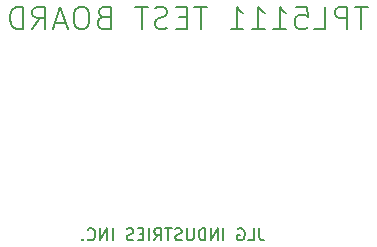
<source format=gbo>
G04 #@! TF.GenerationSoftware,KiCad,Pcbnew,(6.0.0-rc1-dev-313-g8db361882)*
G04 #@! TF.CreationDate,2018-08-23T14:32:26-04:00*
G04 #@! TF.ProjectId,SingleShotICbased,53696E676C6553686F74494362617365,rev?*
G04 #@! TF.SameCoordinates,Original*
G04 #@! TF.FileFunction,Legend,Bot*
G04 #@! TF.FilePolarity,Positive*
%FSLAX46Y46*%
G04 Gerber Fmt 4.6, Leading zero omitted, Abs format (unit mm)*
G04 Created by KiCad (PCBNEW (6.0.0-rc1-dev-313-g8db361882)) date 08/23/18 14:32:26*
%MOMM*%
%LPD*%
G01*
G04 APERTURE LIST*
%ADD10C,0.150000*%
G04 APERTURE END LIST*
D10*
X146779333Y-100036380D02*
X146779333Y-100750666D01*
X146826952Y-100893523D01*
X146922190Y-100988761D01*
X147065047Y-101036380D01*
X147160285Y-101036380D01*
X145826952Y-101036380D02*
X146303142Y-101036380D01*
X146303142Y-100036380D01*
X144969809Y-100084000D02*
X145065047Y-100036380D01*
X145207904Y-100036380D01*
X145350761Y-100084000D01*
X145446000Y-100179238D01*
X145493619Y-100274476D01*
X145541238Y-100464952D01*
X145541238Y-100607809D01*
X145493619Y-100798285D01*
X145446000Y-100893523D01*
X145350761Y-100988761D01*
X145207904Y-101036380D01*
X145112666Y-101036380D01*
X144969809Y-100988761D01*
X144922190Y-100941142D01*
X144922190Y-100607809D01*
X145112666Y-100607809D01*
X143731714Y-101036380D02*
X143731714Y-100036380D01*
X143255523Y-101036380D02*
X143255523Y-100036380D01*
X142684095Y-101036380D01*
X142684095Y-100036380D01*
X142207904Y-101036380D02*
X142207904Y-100036380D01*
X141969809Y-100036380D01*
X141826952Y-100084000D01*
X141731714Y-100179238D01*
X141684095Y-100274476D01*
X141636476Y-100464952D01*
X141636476Y-100607809D01*
X141684095Y-100798285D01*
X141731714Y-100893523D01*
X141826952Y-100988761D01*
X141969809Y-101036380D01*
X142207904Y-101036380D01*
X141207904Y-100036380D02*
X141207904Y-100845904D01*
X141160285Y-100941142D01*
X141112666Y-100988761D01*
X141017428Y-101036380D01*
X140826952Y-101036380D01*
X140731714Y-100988761D01*
X140684095Y-100941142D01*
X140636476Y-100845904D01*
X140636476Y-100036380D01*
X140207904Y-100988761D02*
X140065047Y-101036380D01*
X139826952Y-101036380D01*
X139731714Y-100988761D01*
X139684095Y-100941142D01*
X139636476Y-100845904D01*
X139636476Y-100750666D01*
X139684095Y-100655428D01*
X139731714Y-100607809D01*
X139826952Y-100560190D01*
X140017428Y-100512571D01*
X140112666Y-100464952D01*
X140160285Y-100417333D01*
X140207904Y-100322095D01*
X140207904Y-100226857D01*
X140160285Y-100131619D01*
X140112666Y-100084000D01*
X140017428Y-100036380D01*
X139779333Y-100036380D01*
X139636476Y-100084000D01*
X139350761Y-100036380D02*
X138779333Y-100036380D01*
X139065047Y-101036380D02*
X139065047Y-100036380D01*
X137874571Y-101036380D02*
X138207904Y-100560190D01*
X138446000Y-101036380D02*
X138446000Y-100036380D01*
X138065047Y-100036380D01*
X137969809Y-100084000D01*
X137922190Y-100131619D01*
X137874571Y-100226857D01*
X137874571Y-100369714D01*
X137922190Y-100464952D01*
X137969809Y-100512571D01*
X138065047Y-100560190D01*
X138446000Y-100560190D01*
X137446000Y-101036380D02*
X137446000Y-100036380D01*
X136969809Y-100512571D02*
X136636476Y-100512571D01*
X136493619Y-101036380D02*
X136969809Y-101036380D01*
X136969809Y-100036380D01*
X136493619Y-100036380D01*
X136112666Y-100988761D02*
X135969809Y-101036380D01*
X135731714Y-101036380D01*
X135636476Y-100988761D01*
X135588857Y-100941142D01*
X135541238Y-100845904D01*
X135541238Y-100750666D01*
X135588857Y-100655428D01*
X135636476Y-100607809D01*
X135731714Y-100560190D01*
X135922190Y-100512571D01*
X136017428Y-100464952D01*
X136065047Y-100417333D01*
X136112666Y-100322095D01*
X136112666Y-100226857D01*
X136065047Y-100131619D01*
X136017428Y-100084000D01*
X135922190Y-100036380D01*
X135684095Y-100036380D01*
X135541238Y-100084000D01*
X134350761Y-101036380D02*
X134350761Y-100036380D01*
X133874571Y-101036380D02*
X133874571Y-100036380D01*
X133303142Y-101036380D01*
X133303142Y-100036380D01*
X132255523Y-100941142D02*
X132303142Y-100988761D01*
X132446000Y-101036380D01*
X132541238Y-101036380D01*
X132684095Y-100988761D01*
X132779333Y-100893523D01*
X132826952Y-100798285D01*
X132874571Y-100607809D01*
X132874571Y-100464952D01*
X132826952Y-100274476D01*
X132779333Y-100179238D01*
X132684095Y-100084000D01*
X132541238Y-100036380D01*
X132446000Y-100036380D01*
X132303142Y-100084000D01*
X132255523Y-100131619D01*
X131826952Y-100941142D02*
X131779333Y-100988761D01*
X131826952Y-101036380D01*
X131874571Y-100988761D01*
X131826952Y-100941142D01*
X131826952Y-101036380D01*
X155956000Y-81252785D02*
X154867428Y-81252785D01*
X155411714Y-83157785D02*
X155411714Y-81252785D01*
X154232428Y-83157785D02*
X154232428Y-81252785D01*
X153506714Y-81252785D01*
X153325285Y-81343500D01*
X153234571Y-81434214D01*
X153143857Y-81615642D01*
X153143857Y-81887785D01*
X153234571Y-82069214D01*
X153325285Y-82159928D01*
X153506714Y-82250642D01*
X154232428Y-82250642D01*
X151420285Y-83157785D02*
X152327428Y-83157785D01*
X152327428Y-81252785D01*
X149878142Y-81252785D02*
X150785285Y-81252785D01*
X150876000Y-82159928D01*
X150785285Y-82069214D01*
X150603857Y-81978500D01*
X150150285Y-81978500D01*
X149968857Y-82069214D01*
X149878142Y-82159928D01*
X149787428Y-82341357D01*
X149787428Y-82794928D01*
X149878142Y-82976357D01*
X149968857Y-83067071D01*
X150150285Y-83157785D01*
X150603857Y-83157785D01*
X150785285Y-83067071D01*
X150876000Y-82976357D01*
X147973142Y-83157785D02*
X149061714Y-83157785D01*
X148517428Y-83157785D02*
X148517428Y-81252785D01*
X148698857Y-81524928D01*
X148880285Y-81706357D01*
X149061714Y-81797071D01*
X146158857Y-83157785D02*
X147247428Y-83157785D01*
X146703142Y-83157785D02*
X146703142Y-81252785D01*
X146884571Y-81524928D01*
X147066000Y-81706357D01*
X147247428Y-81797071D01*
X144344571Y-83157785D02*
X145433142Y-83157785D01*
X144888857Y-83157785D02*
X144888857Y-81252785D01*
X145070285Y-81524928D01*
X145251714Y-81706357D01*
X145433142Y-81797071D01*
X142348857Y-81252785D02*
X141260285Y-81252785D01*
X141804571Y-83157785D02*
X141804571Y-81252785D01*
X140625285Y-82159928D02*
X139990285Y-82159928D01*
X139718142Y-83157785D02*
X140625285Y-83157785D01*
X140625285Y-81252785D01*
X139718142Y-81252785D01*
X138992428Y-83067071D02*
X138720285Y-83157785D01*
X138266714Y-83157785D01*
X138085285Y-83067071D01*
X137994571Y-82976357D01*
X137903857Y-82794928D01*
X137903857Y-82613500D01*
X137994571Y-82432071D01*
X138085285Y-82341357D01*
X138266714Y-82250642D01*
X138629571Y-82159928D01*
X138811000Y-82069214D01*
X138901714Y-81978500D01*
X138992428Y-81797071D01*
X138992428Y-81615642D01*
X138901714Y-81434214D01*
X138811000Y-81343500D01*
X138629571Y-81252785D01*
X138176000Y-81252785D01*
X137903857Y-81343500D01*
X137359571Y-81252785D02*
X136271000Y-81252785D01*
X136815285Y-83157785D02*
X136815285Y-81252785D01*
X133549571Y-82159928D02*
X133277428Y-82250642D01*
X133186714Y-82341357D01*
X133096000Y-82522785D01*
X133096000Y-82794928D01*
X133186714Y-82976357D01*
X133277428Y-83067071D01*
X133458857Y-83157785D01*
X134184571Y-83157785D01*
X134184571Y-81252785D01*
X133549571Y-81252785D01*
X133368142Y-81343500D01*
X133277428Y-81434214D01*
X133186714Y-81615642D01*
X133186714Y-81797071D01*
X133277428Y-81978500D01*
X133368142Y-82069214D01*
X133549571Y-82159928D01*
X134184571Y-82159928D01*
X131916714Y-81252785D02*
X131553857Y-81252785D01*
X131372428Y-81343500D01*
X131191000Y-81524928D01*
X131100285Y-81887785D01*
X131100285Y-82522785D01*
X131191000Y-82885642D01*
X131372428Y-83067071D01*
X131553857Y-83157785D01*
X131916714Y-83157785D01*
X132098142Y-83067071D01*
X132279571Y-82885642D01*
X132370285Y-82522785D01*
X132370285Y-81887785D01*
X132279571Y-81524928D01*
X132098142Y-81343500D01*
X131916714Y-81252785D01*
X130374571Y-82613500D02*
X129467428Y-82613500D01*
X130556000Y-83157785D02*
X129921000Y-81252785D01*
X129286000Y-83157785D01*
X127562428Y-83157785D02*
X128197428Y-82250642D01*
X128651000Y-83157785D02*
X128651000Y-81252785D01*
X127925285Y-81252785D01*
X127743857Y-81343500D01*
X127653142Y-81434214D01*
X127562428Y-81615642D01*
X127562428Y-81887785D01*
X127653142Y-82069214D01*
X127743857Y-82159928D01*
X127925285Y-82250642D01*
X128651000Y-82250642D01*
X126746000Y-83157785D02*
X126746000Y-81252785D01*
X126292428Y-81252785D01*
X126020285Y-81343500D01*
X125838857Y-81524928D01*
X125748142Y-81706357D01*
X125657428Y-82069214D01*
X125657428Y-82341357D01*
X125748142Y-82704214D01*
X125838857Y-82885642D01*
X126020285Y-83067071D01*
X126292428Y-83157785D01*
X126746000Y-83157785D01*
M02*

</source>
